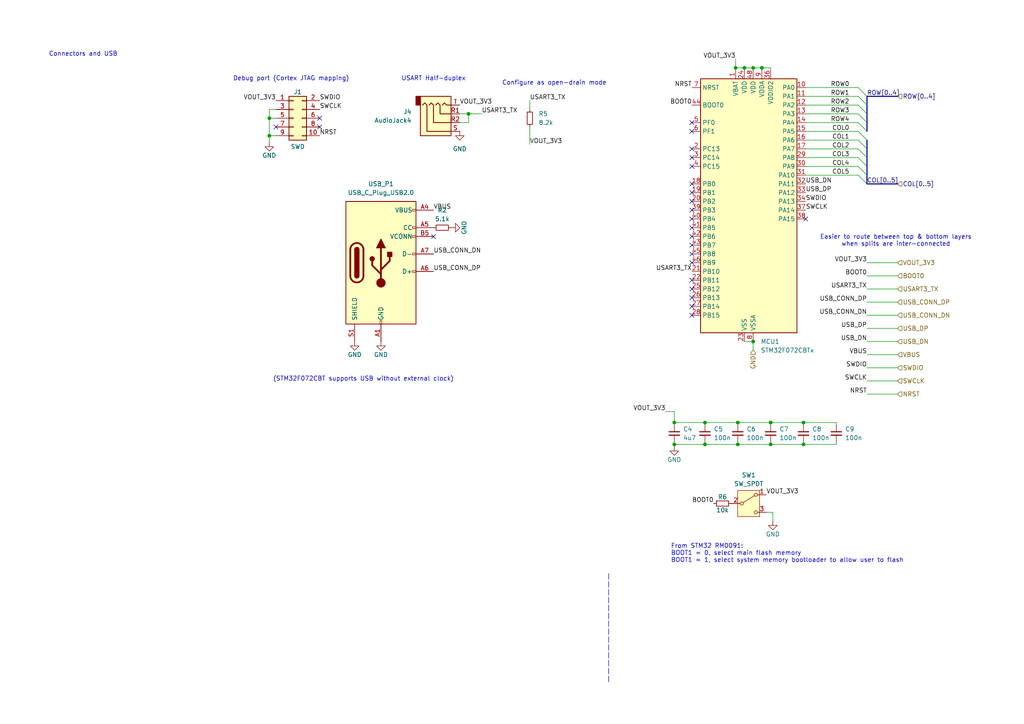
<source format=kicad_sch>
(kicad_sch (version 20231120) (generator "eeschema") (generator_version "8.0")
  (paper "A4")
  (lib_symbols
    (symbol "Connector:USB_C_Plug_USB2.0" (pin_names (offset 1.016))
      (property "Reference" "P" (at -10.16 19.05 0))
      (property "Value" "USB_C_Plug_USB2.0" (at 12.7 19.05 0))
      (symbol "USB_C_Plug_USB2.0_0_0"
        (rectangle (start -0.254 -17.78) (end 0.254 -16.764))
        (rectangle (start 10.16 -2.286) (end 9.144 -2.794))
        (rectangle (start 10.16 2.794) (end 9.144 2.286))
        (rectangle (start 10.16 7.874) (end 9.144 7.366))
        (rectangle (start 10.16 10.414) (end 9.144 9.906))
        (rectangle (start 10.16 15.494) (end 9.144 14.986))
      )
      (symbol "USB_C_Plug_USB2.0_0_1"
        (rectangle (start -10.16 17.78) (end 10.16 -17.78) (stroke (width 0.254)) (fill (type background)))
        (arc (start -8.89 -3.81) (mid -6.985 -5.7067) (end -5.08 -3.81) (stroke (width 0.508)))
        (arc (start -7.62 -3.81) (mid -6.985 -4.4423) (end -6.35 -3.81) (stroke (width 0.254)))
        (arc (start -7.62 -3.81) (mid -6.985 -4.4423) (end -6.35 -3.81) (stroke (width 0.254)) (fill (type outline)))
        (rectangle (start -7.62 -3.81) (end -6.35 3.81) (stroke (width 0.254)) (fill (type outline)))
        (arc (start -6.35 3.81) (mid -6.985 4.4423) (end -7.62 3.81) (stroke (width 0.254)))
        (arc (start -6.35 3.81) (mid -6.985 4.4423) (end -7.62 3.81) (stroke (width 0.254)) (fill (type outline)))
        (arc (start -5.08 3.81) (mid -6.985 5.7067) (end -8.89 3.81) (stroke (width 0.508)))
        (circle (center -2.54 1.143) (radius 0.635) (stroke (width 0.254)) (fill (type outline)))
        (circle (center 0 -5.842) (radius 1.27) (fill (type outline)))
        (polyline (pts (xy -8.89 -3.81) (xy -8.89 3.81)) (stroke (width 0.508)))
        (polyline (pts (xy -5.08 3.81) (xy -5.08 -3.81)) (stroke (width 0.508)))
        (polyline (pts (xy 0 -5.842) (xy 0 4.318)) (stroke (width 0.508)))
        (polyline (pts (xy 0 -3.302) (xy -2.54 -0.762) (xy -2.54 0.508)) (stroke (width 0.508)))
        (polyline (pts (xy 0 -2.032) (xy 2.54 0.508) (xy 2.54 1.778)) (stroke (width 0.508)))
        (polyline (pts (xy -1.27 4.318) (xy 0 6.858) (xy 1.27 4.318) (xy -1.27 4.318)) (stroke (width 0.254)) (fill (type outline)))
        (rectangle (start 1.905 1.778) (end 3.175 3.048) (stroke (width 0.254)) (fill (type outline)))
      )
      (symbol "USB_C_Plug_USB2.0_1_1"
        (pin passive line (at 0 -22.86 90) (length 5.08) (name "GND") (number "A1"))
        (pin passive line (at 0 -22.86 90) (length 5.08) hide (name "GND") (number "A12"))
        (pin passive line (at 15.24 15.24 180) (length 5.08) (name "VBUS") (number "A4"))
        (pin bidirectional line (at 15.24 10.16 180) (length 5.08) (name "CC") (number "A5"))
        (pin bidirectional line (at 15.24 -2.54 180) (length 5.08) (name "D+") (number "A6"))
        (pin bidirectional line (at 15.24 2.54 180) (length 5.08) (name "D-") (number "A7"))
        (pin passive line (at 15.24 15.24 180) (length 5.08) hide (name "VBUS") (number "A9"))
        (pin passive line (at 0 -22.86 90) (length 5.08) hide (name "GND") (number "B1"))
        (pin passive line (at 0 -22.86 90) (length 5.08) hide (name "GND") (number "B12"))
        (pin passive line (at 15.24 15.24 180) (length 5.08) hide (name "VBUS") (number "B4"))
        (pin bidirectional line (at 15.24 7.62 180) (length 5.08) (name "VCONN") (number "B5"))
        (pin passive line (at 15.24 15.24 180) (length 5.08) hide (name "VBUS") (number "B9"))
        (pin passive line (at -7.62 -22.86 90) (length 5.08) (name "SHIELD") (number "S1"))
      )
    )
    (symbol "Connector_Audio:AudioJack4"
      (property "Reference" "J" (at 0 8.89 0))
      (property "Value" "AudioJack4" (at 0 6.35 0))
      (symbol "AudioJack4_0_1"
        (rectangle (start -6.35 -5.08) (end -7.62 -7.62) (stroke (width 0.254)) (fill (type outline)))
        (polyline (pts (xy 0 -5.08) (xy 0.635 -5.715) (xy 1.27 -5.08) (xy 2.54 -5.08)) (stroke (width 0.254)))
        (polyline (pts (xy -5.715 -5.08) (xy -5.08 -5.715) (xy -4.445 -5.08) (xy -4.445 2.54) (xy 2.54 2.54)) (stroke (width 0.254)))
        (polyline (pts (xy -1.905 -5.08) (xy -1.27 -5.715) (xy -0.635 -5.08) (xy -0.635 -2.54) (xy 2.54 -2.54)) (stroke (width 0.254)))
        (polyline (pts (xy 2.54 0) (xy -2.54 0) (xy -2.54 -5.08) (xy -3.175 -5.715) (xy -3.81 -5.08)) (stroke (width 0.254)))
        (rectangle (start 2.54 3.81) (end -6.35 -7.62) (stroke (width 0.254)) (fill (type background)))
      )
      (symbol "AudioJack4_1_1"
        (pin passive line (at 5.08 -2.54 180) (length 2.54) (name "~") (number "R1"))
        (pin passive line (at 5.08 0 180) (length 2.54) (name "~") (number "R2"))
        (pin passive line (at 5.08 2.54 180) (length 2.54) (name "~") (number "S"))
        (pin passive line (at 5.08 -5.08 180) (length 2.54) (name "~") (number "T"))
      )
    )
    (symbol "Connector_Generic:Conn_02x05_Odd_Even" (pin_names (offset 1.016) hide)
      (property "Reference" "J" (at 1.27 7.62 0))
      (property "Value" "Conn_02x05_Odd_Even" (at 1.27 -7.62 0))
      (symbol "Conn_02x05_Odd_Even_1_1"
        (rectangle (start -1.27 -4.953) (end 0 -5.207) (stroke (width 0.1524)))
        (rectangle (start -1.27 -2.413) (end 0 -2.667) (stroke (width 0.1524)))
        (rectangle (start -1.27 0.127) (end 0 -0.127) (stroke (width 0.1524)))
        (rectangle (start -1.27 2.667) (end 0 2.413) (stroke (width 0.1524)))
        (rectangle (start -1.27 5.207) (end 0 4.953) (stroke (width 0.1524)))
        (rectangle (start -1.27 6.35) (end 3.81 -6.35) (stroke (width 0.254)) (fill (type background)))
        (rectangle (start 3.81 -4.953) (end 2.54 -5.207) (stroke (width 0.1524)))
        (rectangle (start 3.81 -2.413) (end 2.54 -2.667) (stroke (width 0.1524)))
        (rectangle (start 3.81 0.127) (end 2.54 -0.127) (stroke (width 0.1524)))
        (rectangle (start 3.81 2.667) (end 2.54 2.413) (stroke (width 0.1524)))
        (rectangle (start 3.81 5.207) (end 2.54 4.953) (stroke (width 0.1524)))
        (pin passive line (at -5.08 5.08 0) (length 3.81) (name "Pin_1") (number "1"))
        (pin passive line (at 7.62 -5.08 180) (length 3.81) (name "Pin_10") (number "10"))
        (pin passive line (at 7.62 5.08 180) (length 3.81) (name "Pin_2") (number "2"))
        (pin passive line (at -5.08 2.54 0) (length 3.81) (name "Pin_3") (number "3"))
        (pin passive line (at 7.62 2.54 180) (length 3.81) (name "Pin_4") (number "4"))
        (pin passive line (at -5.08 0 0) (length 3.81) (name "Pin_5") (number "5"))
        (pin passive line (at 7.62 0 180) (length 3.81) (name "Pin_6") (number "6"))
        (pin passive line (at -5.08 -2.54 0) (length 3.81) (name "Pin_7") (number "7"))
        (pin passive line (at 7.62 -2.54 180) (length 3.81) (name "Pin_8") (number "8"))
        (pin passive line (at -5.08 -5.08 0) (length 3.81) (name "Pin_9") (number "9"))
      )
    )
    (symbol "Device:C_Small" (pin_numbers hide) (pin_names (offset 0.254) hide)
      (property "Reference" "C" (at 0.254 1.778 0))
      (property "Value" "C_Small" (at 0.254 -2.032 0))
      (symbol "C_Small_0_1"
        (polyline (pts (xy -1.524 -0.508) (xy 1.524 -0.508)) (stroke (width 0.3302)))
        (polyline (pts (xy -1.524 0.508) (xy 1.524 0.508)) (stroke (width 0.3048)))
      )
      (symbol "C_Small_1_1"
        (pin passive line (at 0 2.54 270) (length 2.032) (name "~") (number "1"))
        (pin passive line (at 0 -2.54 90) (length 2.032) (name "~") (number "2"))
      )
    )
    (symbol "Device:R_Small" (pin_numbers hide) (pin_names (offset 0.254) hide)
      (property "Reference" "R" (at 0.762 0.508 0))
      (property "Value" "R_Small" (at 0.762 -1.016 0))
      (symbol "R_Small_0_1"
        (rectangle (start -0.762 1.778) (end 0.762 -1.778) (stroke (width 0.2032)))
      )
      (symbol "R_Small_1_1"
        (pin passive line (at 0 2.54 270) (length 0.762) (name "~") (number "1"))
        (pin passive line (at 0 -2.54 90) (length 0.762) (name "~") (number "2"))
      )
    )
    (symbol "MCU_ST_STM32F0:STM32F072CBTx"
      (property "Reference" "U" (at -12.7 39.37 0))
      (property "Value" "STM32F072CBTx" (at 10.16 39.37 0))
      (symbol "STM32F072CBTx_0_1"
        (rectangle (start -12.7 -35.56) (end 15.24 38.1) (stroke (width 0.254)) (fill (type background)))
      )
      (symbol "STM32F072CBTx_1_1"
        (pin power_in line (at -2.54 40.64 270) (length 2.54) (name "VBAT") (number "1"))
        (pin bidirectional line (at 17.78 35.56 180) (length 2.54) (name "PA0") (number "10"))
        (pin bidirectional line (at 17.78 33.02 180) (length 2.54) (name "PA1") (number "11"))
        (pin bidirectional line (at 17.78 30.48 180) (length 2.54) (name "PA2") (number "12"))
        (pin bidirectional line (at 17.78 27.94 180) (length 2.54) (name "PA3") (number "13"))
        (pin bidirectional line (at 17.78 25.4 180) (length 2.54) (name "PA4") (number "14"))
        (pin bidirectional line (at 17.78 22.86 180) (length 2.54) (name "PA5") (number "15"))
        (pin bidirectional line (at 17.78 20.32 180) (length 2.54) (name "PA6") (number "16"))
        (pin bidirectional line (at 17.78 17.78 180) (length 2.54) (name "PA7") (number "17"))
        (pin bidirectional line (at -15.24 7.62 0) (length 2.54) (name "PB0") (number "18"))
        (pin bidirectional line (at -15.24 5.08 0) (length 2.54) (name "PB1") (number "19"))
        (pin bidirectional line (at -15.24 17.78 0) (length 2.54) (name "PC13") (number "2"))
        (pin bidirectional line (at -15.24 2.54 0) (length 2.54) (name "PB2") (number "20"))
        (pin bidirectional line (at -15.24 -17.78 0) (length 2.54) (name "PB10") (number "21"))
        (pin bidirectional line (at -15.24 -20.32 0) (length 2.54) (name "PB11") (number "22"))
        (pin power_in line (at 0 -38.1 90) (length 2.54) (name "VSS") (number "23"))
        (pin power_in line (at 0 40.64 270) (length 2.54) (name "VDD") (number "24"))
        (pin bidirectional line (at -15.24 -22.86 0) (length 2.54) (name "PB12") (number "25"))
        (pin bidirectional line (at -15.24 -25.4 0) (length 2.54) (name "PB13") (number "26"))
        (pin bidirectional line (at -15.24 -27.94 0) (length 2.54) (name "PB14") (number "27"))
        (pin bidirectional line (at -15.24 -30.48 0) (length 2.54) (name "PB15") (number "28"))
        (pin bidirectional line (at 17.78 15.24 180) (length 2.54) (name "PA8") (number "29"))
        (pin bidirectional line (at -15.24 15.24 0) (length 2.54) (name "PC14") (number "3"))
        (pin bidirectional line (at 17.78 12.7 180) (length 2.54) (name "PA9") (number "30"))
        (pin bidirectional line (at 17.78 10.16 180) (length 2.54) (name "PA10") (number "31"))
        (pin bidirectional line (at 17.78 7.62 180) (length 2.54) (name "PA11") (number "32"))
        (pin bidirectional line (at 17.78 5.08 180) (length 2.54) (name "PA12") (number "33"))
        (pin bidirectional line (at 17.78 2.54 180) (length 2.54) (name "PA13") (number "34"))
        (pin passive line (at 0 -38.1 90) (length 2.54) hide (name "VSS") (number "35"))
        (pin power_in line (at 7.62 40.64 270) (length 2.54) (name "VDDIO2") (number "36"))
        (pin bidirectional line (at 17.78 0 180) (length 2.54) (name "PA14") (number "37"))
        (pin bidirectional line (at 17.78 -2.54 180) (length 2.54) (name "PA15") (number "38"))
        (pin bidirectional line (at -15.24 0 0) (length 2.54) (name "PB3") (number "39"))
        (pin bidirectional line (at -15.24 12.7 0) (length 2.54) (name "PC15") (number "4"))
        (pin bidirectional line (at -15.24 -2.54 0) (length 2.54) (name "PB4") (number "40"))
        (pin bidirectional line (at -15.24 -5.08 0) (length 2.54) (name "PB5") (number "41"))
        (pin bidirectional line (at -15.24 -7.62 0) (length 2.54) (name "PB6") (number "42"))
        (pin bidirectional line (at -15.24 -10.16 0) (length 2.54) (name "PB7") (number "43"))
        (pin input line (at -15.24 30.48 0) (length 2.54) (name "BOOT0") (number "44"))
        (pin bidirectional line (at -15.24 -12.7 0) (length 2.54) (name "PB8") (number "45"))
        (pin bidirectional line (at -15.24 -15.24 0) (length 2.54) (name "PB9") (number "46"))
        (pin passive line (at 0 -38.1 90) (length 2.54) hide (name "VSS") (number "47"))
        (pin power_in line (at 2.54 40.64 270) (length 2.54) (name "VDD") (number "48"))
        (pin bidirectional line (at -15.24 25.4 0) (length 2.54) (name "PF0") (number "5"))
        (pin bidirectional line (at -15.24 22.86 0) (length 2.54) (name "PF1") (number "6"))
        (pin input line (at -15.24 35.56 0) (length 2.54) (name "NRST") (number "7"))
        (pin power_in line (at 2.54 -38.1 90) (length 2.54) (name "VSSA") (number "8"))
        (pin power_in line (at 5.08 40.64 270) (length 2.54) (name "VDDA") (number "9"))
      )
    )
    (symbol "STM32F4_REV2-rescue:GND-power" (power) (pin_names (offset 0))
      (property "Value" "power_GND" (at 0 -3.81 0))
      (symbol "GND-power_0_1"
        (polyline (pts (xy 0 0) (xy 0 -1.27) (xy 1.27 -1.27) (xy 0 -2.54) (xy -1.27 -1.27) (xy 0 -1.27)))
      )
      (symbol "GND-power_1_1"
        (pin power_in line (at 0 0 270) (length 0) hide (name "GND") (number "1"))
      )
    )
    (symbol "Switch:SW_SPDT" (pin_names (offset 0) hide)
      (property "Reference" "SW" (at 0 5.08 0))
      (property "Value" "SW_SPDT" (at 0 -5.08 0))
      (symbol "SW_SPDT_0_1"
        (circle (center -2.032 0) (radius 0.4572))
        (polyline (pts (xy -1.651 0.254) (xy 1.651 2.286)))
        (circle (center 2.032 -2.54) (radius 0.4572))
        (circle (center 2.032 2.54) (radius 0.4572))
      )
      (symbol "SW_SPDT_1_1"
        (rectangle (start -3.175 3.81) (end 3.175 -3.81) (fill (type background)))
        (pin passive line (at 5.08 2.54 180) (length 2.54) (name "A") (number "1"))
        (pin passive line (at -5.08 0 0) (length 2.54) (name "B") (number "2"))
        (pin passive line (at 5.08 -2.54 180) (length 2.54) (name "C") (number "3"))
      )
    )
    (symbol "power:GND" (power) (pin_numbers hide) (pin_names (offset 0) hide)
      (property "Value" "GND" (at 0 -3.81 0))
      (symbol "GND_0_1"
        (polyline (pts (xy 0 0) (xy 0 -1.27) (xy 1.27 -1.27) (xy 0 -2.54) (xy -1.27 -1.27) (xy 0 -1.27)))
      )
      (symbol "GND_1_1"
        (pin power_in line (at 0 0 270) (length 0) (name "~") (number "1"))
      )
    )
  )
  (junction (at 204.47 122.555))
  (junction (at 223.52 122.555))
  (junction (at 223.52 128.905))
  (junction (at 220.98 19.685))
  (junction (at 213.36 19.685))
  (junction (at 204.47 128.905))
  (junction (at 213.995 128.905))
  (junction (at 78.105 34.29))
  (junction (at 233.045 128.905))
  (junction (at 213.995 122.555))
  (junction (at 135.89 33.02))
  (junction (at 215.9 19.685))
  (junction (at 218.44 19.685))
  (junction (at 195.58 128.905))
  (junction (at 195.58 122.555))
  (junction (at 218.44 99.06))
  (junction (at 78.105 39.37))
  (junction (at 233.045 122.555))
  (no_connect (at 200.66 45.72))
  (no_connect (at 200.66 71.12))
  (no_connect (at 200.66 43.18))
  (no_connect (at 200.66 83.82))
  (no_connect (at 200.66 73.66))
  (no_connect (at 200.66 38.1))
  (no_connect (at 200.66 58.42))
  (no_connect (at 200.66 68.58))
  (no_connect (at 200.66 76.2))
  (no_connect (at 200.66 81.28))
  (no_connect (at 200.66 53.34))
  (no_connect (at 200.66 60.96))
  (no_connect (at 233.68 63.5))
  (no_connect (at 92.71 36.83))
  (no_connect (at 200.66 48.26))
  (no_connect (at 200.66 35.56))
  (no_connect (at 125.73 68.58))
  (no_connect (at 92.71 34.29))
  (no_connect (at 200.66 91.44))
  (no_connect (at 200.66 88.9))
  (no_connect (at 80.01 36.83))
  (no_connect (at 200.66 66.04))
  (no_connect (at 200.66 63.5))
  (no_connect (at 200.66 86.36))
  (no_connect (at 200.66 55.88))
  (bus_entry (at 248.92 38.1) (size 2.54 2.54))
  (bus_entry (at 248.92 25.4) (size 2.54 2.54))
  (bus_entry (at 248.92 35.56) (size 2.54 2.54))
  (bus_entry (at 248.92 45.72) (size 2.54 2.54))
  (bus_entry (at 248.92 27.94) (size 2.54 2.54))
  (bus_entry (at 251.46 53.34) (size -2.54 -2.54))
  (bus_entry (at 248.92 43.18) (size 2.54 2.54))
  (bus_entry (at 248.92 30.48) (size 2.54 2.54))
  (bus_entry (at 248.92 48.26) (size 2.54 2.54))
  (bus_entry (at 248.92 33.02) (size 2.54 2.54))
  (bus_entry (at 248.92 40.64) (size 2.54 2.54))
  (wire (pts (xy 213.36 19.685) (xy 213.36 20.32)))
  (wire (pts (xy 233.045 122.555) (xy 242.57 122.555)))
  (wire (pts (xy 204.47 128.27) (xy 204.47 128.905)))
  (wire (pts (xy 218.44 99.06) (xy 218.44 101.6)))
  (wire (pts (xy 223.52 122.555) (xy 233.045 122.555)))
  (wire (pts (xy 242.57 122.555) (xy 242.57 123.19)))
  (wire (pts (xy 195.58 129.54) (xy 195.58 128.905)))
  (wire (pts (xy 248.92 43.18) (xy 233.68 43.18)))
  (wire (pts (xy 218.44 19.685) (xy 220.98 19.685)))
  (wire (pts (xy 248.92 40.64) (xy 233.68 40.64)))
  (wire (pts (xy 251.46 80.01) (xy 260.35 80.01)))
  (wire (pts (xy 153.67 29.21) (xy 153.67 31.75)))
  (bus (pts (xy 251.46 43.18) (xy 251.46 45.72)))
  (wire (pts (xy 233.68 25.4) (xy 248.92 25.4)))
  (bus (pts (xy 251.46 30.48) (xy 251.46 33.02)))
  (wire (pts (xy 78.105 31.75) (xy 78.105 34.29)))
  (wire (pts (xy 195.58 122.555) (xy 195.58 123.19)))
  (wire (pts (xy 233.045 128.905) (xy 242.57 128.905)))
  (wire (pts (xy 204.47 128.905) (xy 213.995 128.905)))
  (wire (pts (xy 223.52 19.685) (xy 223.52 20.32)))
  (wire (pts (xy 139.7 33.02) (xy 135.89 33.02)))
  (wire (pts (xy 80.01 34.29) (xy 78.105 34.29)))
  (wire (pts (xy 251.46 106.68) (xy 260.35 106.68)))
  (bus (pts (xy 251.46 53.34) (xy 260.35 53.34)))
  (wire (pts (xy 251.46 76.2) (xy 260.35 76.2)))
  (wire (pts (xy 78.105 39.37) (xy 78.105 41.275)))
  (wire (pts (xy 153.67 36.83) (xy 153.67 41.91)))
  (bus (pts (xy 251.46 33.02) (xy 251.46 35.56)))
  (wire (pts (xy 233.68 33.02) (xy 248.92 33.02)))
  (wire (pts (xy 233.045 128.27) (xy 233.045 128.905)))
  (wire (pts (xy 223.52 123.19) (xy 223.52 122.555)))
  (wire (pts (xy 220.98 19.685) (xy 223.52 19.685)))
  (bus (pts (xy 251.46 27.94) (xy 251.46 30.48)))
  (wire (pts (xy 220.98 20.32) (xy 220.98 19.685)))
  (wire (pts (xy 223.52 128.905) (xy 233.045 128.905)))
  (wire (pts (xy 251.46 83.82) (xy 260.35 83.82)))
  (wire (pts (xy 251.46 91.44) (xy 260.35 91.44)))
  (wire (pts (xy 195.58 128.905) (xy 204.47 128.905)))
  (wire (pts (xy 204.47 123.19) (xy 204.47 122.555)))
  (wire (pts (xy 248.92 45.72) (xy 233.68 45.72)))
  (wire (pts (xy 251.46 102.87) (xy 260.35 102.87)))
  (wire (pts (xy 248.92 38.1) (xy 233.68 38.1)))
  (wire (pts (xy 213.995 122.555) (xy 223.52 122.555)))
  (wire (pts (xy 195.58 122.555) (xy 204.47 122.555)))
  (wire (pts (xy 248.92 50.8) (xy 233.68 50.8)))
  (wire (pts (xy 78.105 34.29) (xy 78.105 39.37)))
  (wire (pts (xy 193.04 119.38) (xy 195.58 119.38)))
  (bus (pts (xy 251.46 50.8) (xy 251.46 53.34)))
  (bus (pts (xy 251.46 27.94) (xy 260.35 27.94)))
  (wire (pts (xy 80.01 39.37) (xy 78.105 39.37)))
  (wire (pts (xy 213.36 19.685) (xy 215.9 19.685)))
  (wire (pts (xy 195.58 119.38) (xy 195.58 122.555)))
  (wire (pts (xy 251.46 114.3) (xy 260.35 114.3)))
  (wire (pts (xy 248.92 48.26) (xy 233.68 48.26)))
  (wire (pts (xy 135.89 35.56) (xy 135.89 33.02)))
  (wire (pts (xy 213.995 128.905) (xy 223.52 128.905)))
  (wire (pts (xy 135.89 33.02) (xy 133.35 33.02)))
  (wire (pts (xy 224.155 148.59) (xy 222.25 148.59)))
  (wire (pts (xy 204.47 122.555) (xy 213.995 122.555)))
  (wire (pts (xy 233.68 35.56) (xy 248.92 35.56)))
  (bus (pts (xy 251.46 40.64) (xy 251.46 43.18)))
  (wire (pts (xy 251.46 99.06) (xy 260.35 99.06)))
  (polyline (pts (xy 176.53 166.37) (xy 176.53 198.12)) (stroke (width 0) (type dash)))
  (wire (pts (xy 213.995 128.27) (xy 213.995 128.905)))
  (wire (pts (xy 223.52 128.27) (xy 223.52 128.905)))
  (wire (pts (xy 233.68 30.48) (xy 248.92 30.48)))
  (wire (pts (xy 215.9 20.32) (xy 215.9 19.685)))
  (wire (pts (xy 224.155 151.13) (xy 224.155 148.59)))
  (wire (pts (xy 251.46 87.63) (xy 260.35 87.63)))
  (wire (pts (xy 233.045 123.19) (xy 233.045 122.555)))
  (wire (pts (xy 251.46 110.49) (xy 260.35 110.49)))
  (wire (pts (xy 242.57 128.905) (xy 242.57 128.27)))
  (wire (pts (xy 213.995 123.19) (xy 213.995 122.555)))
  (wire (pts (xy 133.35 35.56) (xy 135.89 35.56)))
  (wire (pts (xy 218.44 20.32) (xy 218.44 19.685)))
  (wire (pts (xy 218.44 99.06) (xy 215.9 99.06)))
  (bus (pts (xy 251.46 45.72) (xy 251.46 48.26)))
  (wire (pts (xy 233.68 27.94) (xy 248.92 27.94)))
  (bus (pts (xy 251.46 48.26) (xy 251.46 50.8)))
  (wire (pts (xy 80.01 31.75) (xy 78.105 31.75)))
  (wire (pts (xy 251.46 95.25) (xy 260.35 95.25)))
  (bus (pts (xy 251.46 35.56) (xy 251.46 38.1)))
  (wire (pts (xy 213.36 17.145) (xy 213.36 19.685)))
  (wire (pts (xy 215.9 19.685) (xy 218.44 19.685)))
  (wire (pts (xy 195.58 128.905) (xy 195.58 128.27)))
  (text "(STM32F072CBT supports USB without external clock)" (at 105.41 109.982 0) (effects (font (size 1.27 1.27))))
  (text "Debug port (Cortex JTAG mapping)" (at 67.564 22.86 0) (effects (font (size 1.27 1.27)) (justify left)))
  (text "Easier to route between top & bottom layers\nwhen splits are inter-connected\n" (at 259.842 69.85 0) (effects (font (size 1.27 1.27))))
  (text "Connectors and USB\n" (at 24.13 15.748 0) (effects (font (size 1.27 1.27))))
  (text "Configure as open-drain mode" (at 160.782 24.13 0) (effects (font (size 1.27 1.27))))
  (text "USART Half-duplex " (at 126.238 22.86 0) (effects (font (size 1.27 1.27))))
  (text "From STM32 RM0091:\nBOOT1 = 0, select main flash memory\nBOOT1 = 1, select system memory bootloader to allow user to flash" (at 194.564 160.528 0) (effects (font (size 1.27 1.27)) (justify left)))
  (label "USART3_TX" (at 139.7 33.02 0))
  (label "VOUT_3V3" (at 222.25 143.51 0))
  (label "ROW0" (at 246.38 25.4 180))
  (label "NRST" (at 200.66 25.4 180))
  (label "COL2" (at 246.38 43.18 180))
  (label "SWCLK" (at 92.71 31.75 0))
  (label "SWDIO" (at 251.46 106.68 180))
  (label "USB_DP" (at 233.68 55.88 0))
  (label "VBUS" (at 125.73 60.96 0))
  (label "SWCLK" (at 233.68 60.96 0))
  (label "USB_DN" (at 251.46 99.06 180))
  (label "VOUT_3V3" (at 80.01 29.21 180))
  (label "NRST" (at 92.71 39.37 0))
  (label "USB_DN" (at 233.68 53.34 0))
  (label "COL0" (at 246.38 38.1 180))
  (label "BOOT0" (at 207.01 146.05 180))
  (label "SWCLK" (at 251.46 110.49 180))
  (label "ROW4" (at 246.38 35.56 180))
  (label "USB_CONN_DN" (at 251.46 91.44 180))
  (label "COL3" (at 246.38 45.72 180))
  (label "VOUT_3V3" (at 193.04 119.38 180))
  (label "VOUT_3V3" (at 251.46 76.2 180))
  (label "ROW[0..4]" (at 251.46 27.94 0))
  (label "SWDIO" (at 92.71 29.21 0))
  (label "BOOT0" (at 200.66 30.48 180))
  (label "COL[0..5]" (at 251.46 53.34 0))
  (label "VOUT_3V3" (at 153.67 41.91 0))
  (label "USART3_TX" (at 200.66 78.74 180))
  (label "ROW3" (at 246.38 33.02 180))
  (label "ROW1" (at 246.38 27.94 180))
  (label "VOUT_3V3" (at 133.35 30.48 0))
  (label "COL5" (at 246.38 50.8 180))
  (label "VOUT_3V3" (at 213.36 17.145 180))
  (label "USART3_TX" (at 153.67 29.21 0))
  (label "USART3_TX" (at 251.46 83.82 180))
  (label "BOOT0" (at 251.46 80.01 180))
  (label "NRST" (at 251.46 114.3 180))
  (label "SWDIO" (at 233.68 58.42 0))
  (label "COL4" (at 246.38 48.26 180))
  (label "USB_CONN_DN" (at 125.73 73.66 0))
  (label "ROW2" (at 246.38 30.48 180))
  (label "VBUS" (at 251.46 102.87 180))
  (label "USB_DP" (at 251.46 95.25 180))
  (label "USB_CONN_DP" (at 125.73 78.74 0))
  (label "COL1" (at 246.38 40.64 180))
  (label "USB_CONN_DP" (at 251.46 87.63 180))
  (hierarchical_label "BOOT0" (shape input) (at 260.35 80.01 0))
  (hierarchical_label "COL[0..5]" (shape input) (at 260.35 53.34 0))
  (hierarchical_label "USB_CONN_DN" (shape input) (at 260.35 91.44 0))
  (hierarchical_label "SWCLK" (shape input) (at 260.35 110.49 0))
  (hierarchical_label "NRST" (shape input) (at 260.35 114.3 0))
  (hierarchical_label "VOUT_3V3" (shape input) (at 260.35 76.2 0))
  (hierarchical_label "SWDIO" (shape input) (at 260.35 106.68 0))
  (hierarchical_label "USB_DN" (shape input) (at 260.35 99.06 0))
  (hierarchical_label "USB_CONN_DP" (shape input) (at 260.35 87.63 0))
  (hierarchical_label "ROW[0..4]" (shape input) (at 260.35 27.94 0))
  (hierarchical_label "GND" (shape input) (at 218.44 101.6 270))
  (hierarchical_label "VBUS" (shape input) (at 260.35 102.87 0))
  (hierarchical_label "USB_DP" (shape input) (at 260.35 95.25 0))
  (hierarchical_label "USART3_TX" (shape input) (at 260.35 83.82 0))
  (symbol (lib_id "Device:C_Small") (at 195.58 125.73 0) (unit 1)
    (property "Reference" "C4" (at 198.12 124.46 0) (effects (justify left)))
    (property "Value" "4u7" (at 198.12 127 0) (effects (justify left)))
    (property "Footprint" "Capacitor_SMD:C_0603_1608Metric_Pad1.08x0.95mm_HandSolder" (effects (hide yes)))
    (property "LCSC Part #" "C19666" (effects (hide yes)))
    (instances (project "supercrisp" (path "" (reference "C4") (unit 1)) (path "" (reference "C13") (unit 1))))
  )
  (symbol (lib_id "Device:C_Small") (at 242.57 125.73 0) (unit 1)
    (property "Reference" "C9" (at 245.11 124.46 0) (effects (justify left)))
    (property "Value" "100n" (at 245.11 127 0) (effects (justify left)))
    (property "Footprint" "Capacitor_SMD:C_0603_1608Metric_Pad1.08x0.95mm_HandSolder" (effects (hide yes)))
    (property "LCSC Part #" "C1525" (effects (hide yes)))
    (instances (project "supercrisp" (path "" (reference "C9") (unit 1)) (path "" (reference "C18") (unit 1))))
  )
  (symbol (lib_id "Device:C_Small") (at 223.52 125.73 0) (unit 1)
    (property "Reference" "C7" (at 226.06 124.46 0) (effects (justify left)))
    (property "Value" "100n" (at 226.06 127 0) (effects (justify left)))
    (property "Footprint" "Capacitor_SMD:C_0603_1608Metric_Pad1.08x0.95mm_HandSolder" (effects (hide yes)))
    (property "LCSC Part #" "C1525" (effects (hide yes)))
    (instances (project "supercrisp" (path "" (reference "C7") (unit 1)) (path "" (reference "C16") (unit 1))))
  )
  (symbol (lib_id "Device:C_Small") (at 233.045 125.73 0) (unit 1)
    (property "Reference" "C8" (at 235.585 124.46 0) (effects (justify left)))
    (property "Value" "100n" (at 235.585 127 0) (effects (justify left)))
    (property "Footprint" "Capacitor_SMD:C_0603_1608Metric_Pad1.08x0.95mm_HandSolder" (effects (hide yes)))
    (property "LCSC Part #" "C1525" (effects (hide yes)))
    (instances (project "supercrisp" (path "" (reference "C8") (unit 1)) (path "" (reference "C17") (unit 1))))
  )
  (symbol (lib_id "STM32F4_REV2-rescue:GND-power") (at 195.58 129.54 0) (unit 1)
    (property "Reference" "#PWR011" (effects (hide yes)))
    (property "Value" "GND" (at 195.58 133.35 0))
    (instances (project "supercrisp" (path "" (reference "#PWR011") (unit 1)) (path "" (reference "#PWR020") (unit 1))))
  )
  (symbol (lib_id "STM32F4_REV2-rescue:GND-power") (at 224.155 151.13 0) (unit 1)
    (property "Reference" "#PWR012" (effects (hide yes)))
    (property "Value" "GND" (at 224.155 154.94 0))
    (instances (project "supercrisp" (path "" (reference "#PWR012") (unit 1)) (path "" (reference "#PWR021") (unit 1))))
  )
  (symbol (lib_id "STM32F4_REV2-rescue:GND-power") (at 130.81 66.04 90) (unit 1)
    (property "Reference" "#PWR08" (effects (hide yes)))
    (property "Value" "GND" (at 134.62 66.04 0))
    (instances (project "supercrisp" (path "" (reference "#PWR08") (unit 1)) (path "" (reference "#PWR017") (unit 1))))
  )
  (symbol (lib_id "STM32F4_REV2-rescue:GND-power") (at 110.49 99.06 0) (unit 1)
    (property "Reference" "#PWR06" (effects (hide yes)))
    (property "Value" "GND" (at 110.49 102.87 0))
    (instances (project "supercrisp" (path "" (reference "#PWR06") (unit 1)) (path "" (reference "#PWR015") (unit 1))))
  )
  (symbol (lib_id "STM32F4_REV2-rescue:GND-power") (at 78.105 41.275 0) (unit 1)
    (property "Reference" "#PWR09" (effects (hide yes)))
    (property "Value" "GND" (at 78.105 45.085 0))
    (instances (project "supercrisp" (path "" (reference "#PWR09") (unit 1)) (path "" (reference "#PWR018") (unit 1))))
  )
  (symbol (lib_id "Connector_Audio:AudioJack4") (at 128.27 35.56 0) (mirror x) (unit 1)
    (property "Reference" "J4" (at 119.38 32.3849 0) (effects (justify right)))
    (property "Value" "AudioJack4" (at 119.38 34.9249 0) (effects (justify right)))
    (property "Footprint" "Connector_Audio:Jack_3.5mm_PJ320D_Horizontal" (effects (hide yes)))
    (property "Description" "Audio Jack, 4 Poles (TRRS)" (effects (hide yes)))
    (property "JLCPCB Part #" "C431535" (effects (hide yes)))
    (instances (project "supercrisp" (path "" (reference "J4") (unit 1)) (path "" (reference "J2") (unit 1))))
  )
  (symbol (lib_id "Connector_Generic:Conn_02x05_Odd_Even") (at 85.09 34.29 0) (unit 1)
    (property "Reference" "J1" (at 86.36 26.67 0))
    (property "Value" "SWD" (at 86.36 42.545 0))
    (property "Footprint" "Connector_PinSocket_1.27mm:PinSocket_2x05_P1.27mm_Vertical_SMD" (effects (hide yes)))
    (instances (project "supercrisp" (path "" (reference "J1") (unit 1)) (path "" (reference "J3") (unit 1))))
  )
  (symbol (lib_id "Device:R_Small") (at 153.67 34.29 0) (unit 1)
    (property "Reference" "R5" (at 156.21 33.0199 0) (effects (justify left)))
    (property "Value" "8.2k" (at 156.21 35.5599 0) (effects (justify left)))
    (property "Footprint" "Resistor_SMD:R_0603_1608Metric" (effects (hide yes)))
    (property "Description" "Resistor, small symbol" (effects (hide yes)))
    (instances (project "supercrisp" (path "" (reference "R5") (unit 1)) (path "" (reference "R11") (unit 1))))
  )
  (symbol (lib_id "Device:C_Small") (at 204.47 125.73 0) (unit 1)
    (property "Reference" "C5" (at 207.01 124.46 0) (effects (justify left)))
    (property "Value" "100n" (at 207.01 127 0) (effects (justify left)))
    (property "Footprint" "Capacitor_SMD:C_0603_1608Metric_Pad1.08x0.95mm_HandSolder" (effects (hide yes)))
    (property "LCSC Part #" "C1525" (effects (hide yes)))
    (instances (project "supercrisp" (path "" (reference "C5") (unit 1)) (path "" (reference "C14") (unit 1))))
  )
  (symbol (lib_id "Connector:USB_C_Plug_USB2.0") (at 110.49 76.2 0) (unit 1)
    (property "Reference" "USB_P1" (at 110.49 53.34 0))
    (property "Value" "USB_C_Plug_USB2.0" (at 110.49 55.88 0))
    (property "Footprint" "Connector_USB:USB_C_Receptacle_XKB_U262-16XN-4BVC11" (effects (hide yes)))
    (property "Datasheet" "https://www.usb.org/sites/default/files/documents/usb_type-c.zip" (effects (hide yes)))
    (property "Description" "USB 2.0-only Type-C Plug connector" (effects (hide yes)))
    (property "JLCPCB Part #" "C319148" (effects (hide yes)))
    (instances (project "supercrisp" (path "" (reference "USB_P1") (unit 1)) (path "" (reference "USB_P2") (unit 1))))
  )
  (symbol (lib_id "power:GND") (at 133.35 38.1 0) (unit 1)
    (property "Reference" "#PWR010" (effects (hide yes)))
    (property "Value" "GND" (at 133.35 43.18 0))
    (property "Description" "Power symbol creates a global label with name \"GND\" , ground" (effects (hide yes)))
    (instances (project "supercrisp" (path "" (reference "#PWR010") (unit 1)) (path "" (reference "#PWR019") (unit 1))))
  )
  (symbol (lib_id "MCU_ST_STM32F0:STM32F072CBTx") (at 215.9 60.96 0) (unit 1)
    (property "Reference" "MCU1" (at 220.6341 99.06 0) (effects (justify left)))
    (property "Value" "STM32F072CBTx" (at 220.6341 101.6 0) (effects (justify left)))
    (property "Footprint" "Package_QFP:LQFP-48_7x7mm_P0.5mm" (effects (hide yes)))
    (property "Datasheet" "https://www.st.com/resource/en/datasheet/stm32f072cb.pdf" (effects (hide yes)))
    (property "Description" "STMicroelectronics Arm Cortex-M0 MCU, 128KB flash, 16KB RAM, 48 MHz, 2.0-3.6V, 37 GPIO, LQFP48" (effects (hide yes)))
    (property "JLCPCB Part #" "C81720" (effects (hide yes)))
    (instances (project "supercrisp" (path "" (reference "MCU1") (unit 1)) (path "" (reference "MCU2") (unit 1))))
  )
  (symbol (lib_id "Device:C_Small") (at 213.995 125.73 0) (unit 1)
    (property "Reference" "C6" (at 216.535 124.46 0) (effects (justify left)))
    (property "Value" "100n" (at 216.535 127 0) (effects (justify left)))
    (property "Footprint" "Capacitor_SMD:C_0603_1608Metric_Pad1.08x0.95mm_HandSolder" (effects (hide yes)))
    (property "LCSC Part #" "C1525" (effects (hide yes)))
    (instances (project "supercrisp" (path "" (reference "C6") (unit 1)) (path "" (reference "C15") (unit 1))))
  )
  (symbol (lib_id "Device:R_Small") (at 209.55 146.05 270) (unit 1)
    (property "Reference" "R6" (at 209.55 144.145 90))
    (property "Value" "10k" (at 209.55 147.955 90))
    (property "Footprint" "Resistor_SMD:R_0603_1608Metric" (effects (hide yes)))
    (property "LCSC Part #" "C25744" (effects (hide yes)))
    (instances (project "supercrisp" (path "" (reference "R6") (unit 1)) (path "" (reference "R12") (unit 1))))
  )
  (symbol (lib_id "Device:R_Small") (at 128.27 66.04 90) (unit 1)
    (property "Reference" "R2" (at 128.27 60.96 90))
    (property "Value" "5.1k" (at 128.27 63.5 90))
    (property "Footprint" "Resistor_SMD:R_0603_1608Metric" (effects (hide yes)))
    (property "Description" "Resistor, small symbol" (effects (hide yes)))
    (instances (project "supercrisp" (path "" (reference "R2") (unit 1)) (path "" (reference "R8") (unit 1))))
  )
  (symbol (lib_id "Switch:SW_SPDT") (at 217.17 146.05 0) (unit 1)
    (property "Reference" "SW1" (at 217.17 137.795 0))
    (property "Value" "SW_SPDT" (at 217.17 140.335 0))
    (property "Footprint" "Button_Switch_SMD:SW_SPDT_PCM12" (effects (hide yes)))
    (property "JLCPCB Part #" "C221841" (effects (hide yes)))
    (instances (project "supercrisp" (path "" (reference "SW1") (unit 1)) (path "" (reference "SW28") (unit 1))))
  )
  (symbol (lib_id "STM32F4_REV2-rescue:GND-power") (at 102.87 99.06 0) (unit 1)
    (property "Reference" "#PWR04" (effects (hide yes)))
    (property "Value" "GND" (at 102.87 102.87 0))
    (instances (project "supercrisp" (path "" (reference "#PWR04") (unit 1)) (path "" (reference "#PWR013") (unit 1))))
  )
)
</source>
